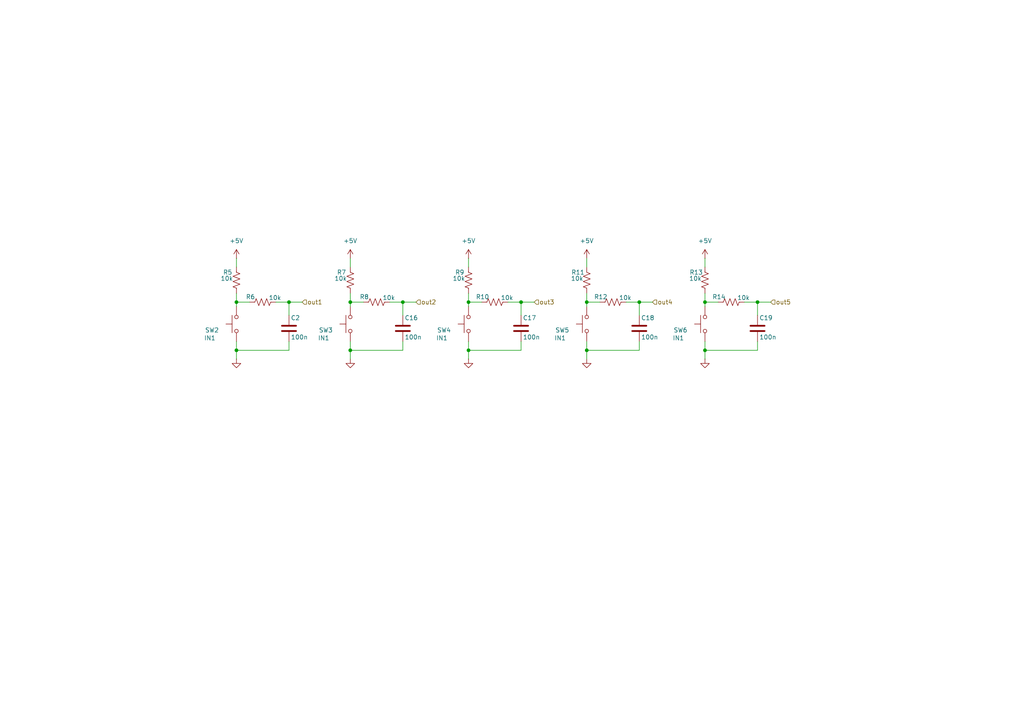
<source format=kicad_sch>
(kicad_sch
	(version 20231120)
	(generator "eeschema")
	(generator_version "8.0")
	(uuid "1dc923d2-b276-483c-b947-80db5470bc03")
	(paper "A4")
	(lib_symbols
		(symbol "Device:C"
			(pin_numbers hide)
			(pin_names
				(offset 0.254)
			)
			(exclude_from_sim no)
			(in_bom yes)
			(on_board yes)
			(property "Reference" "C"
				(at 0.635 2.54 0)
				(effects
					(font
						(size 1.27 1.27)
					)
					(justify left)
				)
			)
			(property "Value" "C"
				(at 0.635 -2.54 0)
				(effects
					(font
						(size 1.27 1.27)
					)
					(justify left)
				)
			)
			(property "Footprint" ""
				(at 0.9652 -3.81 0)
				(effects
					(font
						(size 1.27 1.27)
					)
					(hide yes)
				)
			)
			(property "Datasheet" "~"
				(at 0 0 0)
				(effects
					(font
						(size 1.27 1.27)
					)
					(hide yes)
				)
			)
			(property "Description" "Unpolarized capacitor"
				(at 0 0 0)
				(effects
					(font
						(size 1.27 1.27)
					)
					(hide yes)
				)
			)
			(property "ki_keywords" "cap capacitor"
				(at 0 0 0)
				(effects
					(font
						(size 1.27 1.27)
					)
					(hide yes)
				)
			)
			(property "ki_fp_filters" "C_*"
				(at 0 0 0)
				(effects
					(font
						(size 1.27 1.27)
					)
					(hide yes)
				)
			)
			(symbol "C_0_1"
				(polyline
					(pts
						(xy -2.032 -0.762) (xy 2.032 -0.762)
					)
					(stroke
						(width 0.508)
						(type default)
					)
					(fill
						(type none)
					)
				)
				(polyline
					(pts
						(xy -2.032 0.762) (xy 2.032 0.762)
					)
					(stroke
						(width 0.508)
						(type default)
					)
					(fill
						(type none)
					)
				)
			)
			(symbol "C_1_1"
				(pin passive line
					(at 0 3.81 270)
					(length 2.794)
					(name "~"
						(effects
							(font
								(size 1.27 1.27)
							)
						)
					)
					(number "1"
						(effects
							(font
								(size 1.27 1.27)
							)
						)
					)
				)
				(pin passive line
					(at 0 -3.81 90)
					(length 2.794)
					(name "~"
						(effects
							(font
								(size 1.27 1.27)
							)
						)
					)
					(number "2"
						(effects
							(font
								(size 1.27 1.27)
							)
						)
					)
				)
			)
		)
		(symbol "Device:R_US"
			(pin_numbers hide)
			(pin_names
				(offset 0)
			)
			(exclude_from_sim no)
			(in_bom yes)
			(on_board yes)
			(property "Reference" "R"
				(at 2.54 0 90)
				(effects
					(font
						(size 1.27 1.27)
					)
				)
			)
			(property "Value" "R_US"
				(at -2.54 0 90)
				(effects
					(font
						(size 1.27 1.27)
					)
				)
			)
			(property "Footprint" ""
				(at 1.016 -0.254 90)
				(effects
					(font
						(size 1.27 1.27)
					)
					(hide yes)
				)
			)
			(property "Datasheet" "~"
				(at 0 0 0)
				(effects
					(font
						(size 1.27 1.27)
					)
					(hide yes)
				)
			)
			(property "Description" "Resistor, US symbol"
				(at 0 0 0)
				(effects
					(font
						(size 1.27 1.27)
					)
					(hide yes)
				)
			)
			(property "ki_keywords" "R res resistor"
				(at 0 0 0)
				(effects
					(font
						(size 1.27 1.27)
					)
					(hide yes)
				)
			)
			(property "ki_fp_filters" "R_*"
				(at 0 0 0)
				(effects
					(font
						(size 1.27 1.27)
					)
					(hide yes)
				)
			)
			(symbol "R_US_0_1"
				(polyline
					(pts
						(xy 0 -2.286) (xy 0 -2.54)
					)
					(stroke
						(width 0)
						(type default)
					)
					(fill
						(type none)
					)
				)
				(polyline
					(pts
						(xy 0 2.286) (xy 0 2.54)
					)
					(stroke
						(width 0)
						(type default)
					)
					(fill
						(type none)
					)
				)
				(polyline
					(pts
						(xy 0 -0.762) (xy 1.016 -1.143) (xy 0 -1.524) (xy -1.016 -1.905) (xy 0 -2.286)
					)
					(stroke
						(width 0)
						(type default)
					)
					(fill
						(type none)
					)
				)
				(polyline
					(pts
						(xy 0 0.762) (xy 1.016 0.381) (xy 0 0) (xy -1.016 -0.381) (xy 0 -0.762)
					)
					(stroke
						(width 0)
						(type default)
					)
					(fill
						(type none)
					)
				)
				(polyline
					(pts
						(xy 0 2.286) (xy 1.016 1.905) (xy 0 1.524) (xy -1.016 1.143) (xy 0 0.762)
					)
					(stroke
						(width 0)
						(type default)
					)
					(fill
						(type none)
					)
				)
			)
			(symbol "R_US_1_1"
				(pin passive line
					(at 0 3.81 270)
					(length 1.27)
					(name "~"
						(effects
							(font
								(size 1.27 1.27)
							)
						)
					)
					(number "1"
						(effects
							(font
								(size 1.27 1.27)
							)
						)
					)
				)
				(pin passive line
					(at 0 -3.81 90)
					(length 1.27)
					(name "~"
						(effects
							(font
								(size 1.27 1.27)
							)
						)
					)
					(number "2"
						(effects
							(font
								(size 1.27 1.27)
							)
						)
					)
				)
			)
		)
		(symbol "Switch:SW_Push"
			(pin_numbers hide)
			(pin_names
				(offset 1.016) hide)
			(exclude_from_sim no)
			(in_bom yes)
			(on_board yes)
			(property "Reference" "SW"
				(at 1.27 2.54 0)
				(effects
					(font
						(size 1.27 1.27)
					)
					(justify left)
				)
			)
			(property "Value" "SW_Push"
				(at 0 -1.524 0)
				(effects
					(font
						(size 1.27 1.27)
					)
				)
			)
			(property "Footprint" ""
				(at 0 5.08 0)
				(effects
					(font
						(size 1.27 1.27)
					)
					(hide yes)
				)
			)
			(property "Datasheet" "~"
				(at 0 5.08 0)
				(effects
					(font
						(size 1.27 1.27)
					)
					(hide yes)
				)
			)
			(property "Description" "Push button switch, generic, two pins"
				(at 0 0 0)
				(effects
					(font
						(size 1.27 1.27)
					)
					(hide yes)
				)
			)
			(property "ki_keywords" "switch normally-open pushbutton push-button"
				(at 0 0 0)
				(effects
					(font
						(size 1.27 1.27)
					)
					(hide yes)
				)
			)
			(symbol "SW_Push_0_1"
				(circle
					(center -2.032 0)
					(radius 0.508)
					(stroke
						(width 0)
						(type default)
					)
					(fill
						(type none)
					)
				)
				(polyline
					(pts
						(xy 0 1.27) (xy 0 3.048)
					)
					(stroke
						(width 0)
						(type default)
					)
					(fill
						(type none)
					)
				)
				(polyline
					(pts
						(xy 2.54 1.27) (xy -2.54 1.27)
					)
					(stroke
						(width 0)
						(type default)
					)
					(fill
						(type none)
					)
				)
				(circle
					(center 2.032 0)
					(radius 0.508)
					(stroke
						(width 0)
						(type default)
					)
					(fill
						(type none)
					)
				)
				(pin passive line
					(at -5.08 0 0)
					(length 2.54)
					(name "1"
						(effects
							(font
								(size 1.27 1.27)
							)
						)
					)
					(number "1"
						(effects
							(font
								(size 1.27 1.27)
							)
						)
					)
				)
				(pin passive line
					(at 5.08 0 180)
					(length 2.54)
					(name "2"
						(effects
							(font
								(size 1.27 1.27)
							)
						)
					)
					(number "2"
						(effects
							(font
								(size 1.27 1.27)
							)
						)
					)
				)
			)
		)
		(symbol "power:+5V"
			(power)
			(pin_numbers hide)
			(pin_names
				(offset 0) hide)
			(exclude_from_sim no)
			(in_bom yes)
			(on_board yes)
			(property "Reference" "#PWR"
				(at 0 -3.81 0)
				(effects
					(font
						(size 1.27 1.27)
					)
					(hide yes)
				)
			)
			(property "Value" "+5V"
				(at 0 3.556 0)
				(effects
					(font
						(size 1.27 1.27)
					)
				)
			)
			(property "Footprint" ""
				(at 0 0 0)
				(effects
					(font
						(size 1.27 1.27)
					)
					(hide yes)
				)
			)
			(property "Datasheet" ""
				(at 0 0 0)
				(effects
					(font
						(size 1.27 1.27)
					)
					(hide yes)
				)
			)
			(property "Description" "Power symbol creates a global label with name \"+5V\""
				(at 0 0 0)
				(effects
					(font
						(size 1.27 1.27)
					)
					(hide yes)
				)
			)
			(property "ki_keywords" "global power"
				(at 0 0 0)
				(effects
					(font
						(size 1.27 1.27)
					)
					(hide yes)
				)
			)
			(symbol "+5V_0_1"
				(polyline
					(pts
						(xy -0.762 1.27) (xy 0 2.54)
					)
					(stroke
						(width 0)
						(type default)
					)
					(fill
						(type none)
					)
				)
				(polyline
					(pts
						(xy 0 0) (xy 0 2.54)
					)
					(stroke
						(width 0)
						(type default)
					)
					(fill
						(type none)
					)
				)
				(polyline
					(pts
						(xy 0 2.54) (xy 0.762 1.27)
					)
					(stroke
						(width 0)
						(type default)
					)
					(fill
						(type none)
					)
				)
			)
			(symbol "+5V_1_1"
				(pin power_in line
					(at 0 0 90)
					(length 0)
					(name "~"
						(effects
							(font
								(size 1.27 1.27)
							)
						)
					)
					(number "1"
						(effects
							(font
								(size 1.27 1.27)
							)
						)
					)
				)
			)
		)
		(symbol "power:GND"
			(power)
			(pin_numbers hide)
			(pin_names
				(offset 0) hide)
			(exclude_from_sim no)
			(in_bom yes)
			(on_board yes)
			(property "Reference" "#PWR"
				(at 0 -6.35 0)
				(effects
					(font
						(size 1.27 1.27)
					)
					(hide yes)
				)
			)
			(property "Value" "GND"
				(at 0 -3.81 0)
				(effects
					(font
						(size 1.27 1.27)
					)
				)
			)
			(property "Footprint" ""
				(at 0 0 0)
				(effects
					(font
						(size 1.27 1.27)
					)
					(hide yes)
				)
			)
			(property "Datasheet" ""
				(at 0 0 0)
				(effects
					(font
						(size 1.27 1.27)
					)
					(hide yes)
				)
			)
			(property "Description" "Power symbol creates a global label with name \"GND\" , ground"
				(at 0 0 0)
				(effects
					(font
						(size 1.27 1.27)
					)
					(hide yes)
				)
			)
			(property "ki_keywords" "global power"
				(at 0 0 0)
				(effects
					(font
						(size 1.27 1.27)
					)
					(hide yes)
				)
			)
			(symbol "GND_0_1"
				(polyline
					(pts
						(xy 0 0) (xy 0 -1.27) (xy 1.27 -1.27) (xy 0 -2.54) (xy -1.27 -1.27) (xy 0 -1.27)
					)
					(stroke
						(width 0)
						(type default)
					)
					(fill
						(type none)
					)
				)
			)
			(symbol "GND_1_1"
				(pin power_in line
					(at 0 0 270)
					(length 0)
					(name "~"
						(effects
							(font
								(size 1.27 1.27)
							)
						)
					)
					(number "1"
						(effects
							(font
								(size 1.27 1.27)
							)
						)
					)
				)
			)
		)
	)
	(junction
		(at 101.6 87.63)
		(diameter 0)
		(color 0 0 0 0)
		(uuid "12d180de-4541-457e-89fc-f9d8f570f14e")
	)
	(junction
		(at 101.6 101.6)
		(diameter 0)
		(color 0 0 0 0)
		(uuid "1fbeb17d-2bcf-4c00-bf7a-3fc4687af3da")
	)
	(junction
		(at 170.18 101.6)
		(diameter 0)
		(color 0 0 0 0)
		(uuid "2c8546b5-6b57-4c50-8a88-42c29f1e46ae")
	)
	(junction
		(at 68.58 87.63)
		(diameter 0)
		(color 0 0 0 0)
		(uuid "2f55fe0f-e6a3-4269-b4c2-198355f6df08")
	)
	(junction
		(at 135.89 87.63)
		(diameter 0)
		(color 0 0 0 0)
		(uuid "542401a7-0f35-49ec-a627-b520dd945290")
	)
	(junction
		(at 185.42 87.63)
		(diameter 0)
		(color 0 0 0 0)
		(uuid "77b37b1b-9edf-488c-a590-11a08b58c256")
	)
	(junction
		(at 68.58 101.6)
		(diameter 0)
		(color 0 0 0 0)
		(uuid "9585dc76-363d-4536-85ab-ce0777d6ea14")
	)
	(junction
		(at 116.84 87.63)
		(diameter 0)
		(color 0 0 0 0)
		(uuid "9ca7d928-cc5a-488e-9176-968c4c75304b")
	)
	(junction
		(at 83.82 87.63)
		(diameter 0)
		(color 0 0 0 0)
		(uuid "bff8e07c-5fd4-4dc7-89d9-6ed7169d488b")
	)
	(junction
		(at 135.89 101.6)
		(diameter 0)
		(color 0 0 0 0)
		(uuid "c7ec3a3e-c8d2-4121-b330-ac49ddc4bdeb")
	)
	(junction
		(at 204.47 101.6)
		(diameter 0)
		(color 0 0 0 0)
		(uuid "c9709215-631e-4af7-8774-e276ad42a7b0")
	)
	(junction
		(at 219.71 87.63)
		(diameter 0)
		(color 0 0 0 0)
		(uuid "da55241e-4f46-459f-abb0-45094bc4e133")
	)
	(junction
		(at 204.47 87.63)
		(diameter 0)
		(color 0 0 0 0)
		(uuid "dd7c80af-dd13-43e6-a05a-78ff09a883d4")
	)
	(junction
		(at 151.13 87.63)
		(diameter 0)
		(color 0 0 0 0)
		(uuid "ddf8d9b4-d3d7-4c30-83eb-80616c952aa3")
	)
	(junction
		(at 170.18 87.63)
		(diameter 0)
		(color 0 0 0 0)
		(uuid "efcf5afe-2c1c-4b93-bb93-f23cda08b3b5")
	)
	(wire
		(pts
			(xy 135.89 99.06) (xy 135.89 101.6)
		)
		(stroke
			(width 0)
			(type default)
		)
		(uuid "0a8a1bde-7aeb-4beb-b181-cd2ee0a78498")
	)
	(wire
		(pts
			(xy 116.84 99.06) (xy 116.84 101.6)
		)
		(stroke
			(width 0)
			(type default)
		)
		(uuid "0c4acc14-3df5-466c-88c3-e775ed065083")
	)
	(wire
		(pts
			(xy 116.84 91.44) (xy 116.84 87.63)
		)
		(stroke
			(width 0)
			(type default)
		)
		(uuid "0c839e74-6dad-48a2-ac1f-96ecaf1fd714")
	)
	(wire
		(pts
			(xy 68.58 85.09) (xy 68.58 87.63)
		)
		(stroke
			(width 0)
			(type default)
		)
		(uuid "1350eb7a-2554-4218-9474-94f3209d71cd")
	)
	(wire
		(pts
			(xy 151.13 87.63) (xy 147.32 87.63)
		)
		(stroke
			(width 0)
			(type default)
		)
		(uuid "14cbbd53-84d2-4135-afc8-9d62ecb98748")
	)
	(wire
		(pts
			(xy 204.47 74.93) (xy 204.47 77.47)
		)
		(stroke
			(width 0)
			(type default)
		)
		(uuid "17c98e46-d89b-4113-9010-c9ca619a65bf")
	)
	(wire
		(pts
			(xy 204.47 85.09) (xy 204.47 87.63)
		)
		(stroke
			(width 0)
			(type default)
		)
		(uuid "187d157c-0f41-4268-8d10-7ca4009034d9")
	)
	(wire
		(pts
			(xy 151.13 87.63) (xy 154.94 87.63)
		)
		(stroke
			(width 0)
			(type default)
		)
		(uuid "1ca495f3-993a-42e1-ab45-5d5a9dbc5707")
	)
	(wire
		(pts
			(xy 170.18 74.93) (xy 170.18 77.47)
		)
		(stroke
			(width 0)
			(type default)
		)
		(uuid "1edb8939-bb0c-4919-a8e1-44a1a9b2ab0b")
	)
	(wire
		(pts
			(xy 135.89 74.93) (xy 135.89 77.47)
		)
		(stroke
			(width 0)
			(type default)
		)
		(uuid "200618ad-283f-43f6-b0f1-abfaa881061a")
	)
	(wire
		(pts
			(xy 170.18 87.63) (xy 173.99 87.63)
		)
		(stroke
			(width 0)
			(type default)
		)
		(uuid "23caf34c-8e31-44ac-9495-1a963f3c0da3")
	)
	(wire
		(pts
			(xy 116.84 87.63) (xy 120.65 87.63)
		)
		(stroke
			(width 0)
			(type default)
		)
		(uuid "24223129-0259-4bca-a958-64ea019a758c")
	)
	(wire
		(pts
			(xy 170.18 101.6) (xy 170.18 104.14)
		)
		(stroke
			(width 0)
			(type default)
		)
		(uuid "305fe593-ac39-4d7a-9831-aeb2d4f73f44")
	)
	(wire
		(pts
			(xy 101.6 85.09) (xy 101.6 87.63)
		)
		(stroke
			(width 0)
			(type default)
		)
		(uuid "3707f0cf-600b-44f5-af58-063dd37c7776")
	)
	(wire
		(pts
			(xy 68.58 74.93) (xy 68.58 77.47)
		)
		(stroke
			(width 0)
			(type default)
		)
		(uuid "41edbf31-63d7-4fa5-a699-e4642e6a719d")
	)
	(wire
		(pts
			(xy 204.47 101.6) (xy 204.47 104.14)
		)
		(stroke
			(width 0)
			(type default)
		)
		(uuid "43608077-d543-456f-84f1-1eacf86f3655")
	)
	(wire
		(pts
			(xy 101.6 87.63) (xy 105.41 87.63)
		)
		(stroke
			(width 0)
			(type default)
		)
		(uuid "45085aa2-12c2-4617-aa2f-f1c990311d3a")
	)
	(wire
		(pts
			(xy 116.84 87.63) (xy 113.03 87.63)
		)
		(stroke
			(width 0)
			(type default)
		)
		(uuid "4659721d-ab15-40ce-b44f-f7bedbd89abd")
	)
	(wire
		(pts
			(xy 185.42 91.44) (xy 185.42 87.63)
		)
		(stroke
			(width 0)
			(type default)
		)
		(uuid "4c732b36-2573-4530-ac06-1a936e7b3ece")
	)
	(wire
		(pts
			(xy 185.42 99.06) (xy 185.42 101.6)
		)
		(stroke
			(width 0)
			(type default)
		)
		(uuid "4c7c624b-0fdf-4c21-a314-8abd422a6d82")
	)
	(wire
		(pts
			(xy 101.6 74.93) (xy 101.6 77.47)
		)
		(stroke
			(width 0)
			(type default)
		)
		(uuid "56dfdc56-0058-44dd-a219-94fe1d09956b")
	)
	(wire
		(pts
			(xy 83.82 99.06) (xy 83.82 101.6)
		)
		(stroke
			(width 0)
			(type default)
		)
		(uuid "6ad98f6f-975b-43b5-af16-ecdcdc139303")
	)
	(wire
		(pts
			(xy 185.42 101.6) (xy 170.18 101.6)
		)
		(stroke
			(width 0)
			(type default)
		)
		(uuid "6e6208a4-5c9b-454b-83cc-7d5b9a8132a9")
	)
	(wire
		(pts
			(xy 185.42 87.63) (xy 181.61 87.63)
		)
		(stroke
			(width 0)
			(type default)
		)
		(uuid "6e6c9dc5-9593-4b9d-9beb-04932e0d89d2")
	)
	(wire
		(pts
			(xy 135.89 101.6) (xy 135.89 104.14)
		)
		(stroke
			(width 0)
			(type default)
		)
		(uuid "6f4ead61-61a6-4307-afad-68d79565d16c")
	)
	(wire
		(pts
			(xy 219.71 87.63) (xy 215.9 87.63)
		)
		(stroke
			(width 0)
			(type default)
		)
		(uuid "772579e7-0555-4ead-861f-b6a9fc07d286")
	)
	(wire
		(pts
			(xy 204.47 87.63) (xy 204.47 88.9)
		)
		(stroke
			(width 0)
			(type default)
		)
		(uuid "7b07d315-9add-4c9e-b7a2-04c491322907")
	)
	(wire
		(pts
			(xy 101.6 87.63) (xy 101.6 88.9)
		)
		(stroke
			(width 0)
			(type default)
		)
		(uuid "7b393129-65e7-4f6c-b6b7-db1448fbf6e0")
	)
	(wire
		(pts
			(xy 135.89 87.63) (xy 135.89 88.9)
		)
		(stroke
			(width 0)
			(type default)
		)
		(uuid "7bcda608-c34b-48df-92f5-6b5ca4142155")
	)
	(wire
		(pts
			(xy 219.71 87.63) (xy 223.52 87.63)
		)
		(stroke
			(width 0)
			(type default)
		)
		(uuid "85946835-2b33-4f15-8b43-49828c26712a")
	)
	(wire
		(pts
			(xy 219.71 91.44) (xy 219.71 87.63)
		)
		(stroke
			(width 0)
			(type default)
		)
		(uuid "96af20a1-2d6d-4be6-a007-399f959c9c34")
	)
	(wire
		(pts
			(xy 151.13 99.06) (xy 151.13 101.6)
		)
		(stroke
			(width 0)
			(type default)
		)
		(uuid "996ea5c5-27b4-4a92-99ef-adb547c9e5f0")
	)
	(wire
		(pts
			(xy 101.6 101.6) (xy 101.6 104.14)
		)
		(stroke
			(width 0)
			(type default)
		)
		(uuid "9df51bbc-5cbe-4eff-abe5-e904605a849c")
	)
	(wire
		(pts
			(xy 170.18 85.09) (xy 170.18 87.63)
		)
		(stroke
			(width 0)
			(type default)
		)
		(uuid "a2e6e256-e8f3-4895-bf7f-245b17880542")
	)
	(wire
		(pts
			(xy 170.18 99.06) (xy 170.18 101.6)
		)
		(stroke
			(width 0)
			(type default)
		)
		(uuid "a3122b92-6345-47fc-abff-a13b649655fe")
	)
	(wire
		(pts
			(xy 68.58 101.6) (xy 68.58 104.14)
		)
		(stroke
			(width 0)
			(type default)
		)
		(uuid "a8021e3d-584b-42e0-90c1-ba4987165b3f")
	)
	(wire
		(pts
			(xy 219.71 101.6) (xy 204.47 101.6)
		)
		(stroke
			(width 0)
			(type default)
		)
		(uuid "af3cd30d-426b-4f85-8ccc-271b24dcb441")
	)
	(wire
		(pts
			(xy 185.42 87.63) (xy 189.23 87.63)
		)
		(stroke
			(width 0)
			(type default)
		)
		(uuid "b134eca1-4e22-4141-88d7-352d952fa56c")
	)
	(wire
		(pts
			(xy 204.47 87.63) (xy 208.28 87.63)
		)
		(stroke
			(width 0)
			(type default)
		)
		(uuid "b50063f2-6da0-447f-a27e-26d6ed562d84")
	)
	(wire
		(pts
			(xy 170.18 87.63) (xy 170.18 88.9)
		)
		(stroke
			(width 0)
			(type default)
		)
		(uuid "c2c8c899-a2fb-4775-911e-4bb798e5827b")
	)
	(wire
		(pts
			(xy 83.82 87.63) (xy 87.63 87.63)
		)
		(stroke
			(width 0)
			(type default)
		)
		(uuid "c5d7a12d-be49-4ce1-b2e7-67ec9bcb7193")
	)
	(wire
		(pts
			(xy 101.6 99.06) (xy 101.6 101.6)
		)
		(stroke
			(width 0)
			(type default)
		)
		(uuid "cd804b9f-e382-4511-9820-78c9f781f5e6")
	)
	(wire
		(pts
			(xy 68.58 87.63) (xy 72.39 87.63)
		)
		(stroke
			(width 0)
			(type default)
		)
		(uuid "cfc85c7b-858d-4d24-ba93-4d428de8ebf3")
	)
	(wire
		(pts
			(xy 68.58 99.06) (xy 68.58 101.6)
		)
		(stroke
			(width 0)
			(type default)
		)
		(uuid "cfd317fb-18c9-459b-8c0a-1fd90d8521d4")
	)
	(wire
		(pts
			(xy 219.71 99.06) (xy 219.71 101.6)
		)
		(stroke
			(width 0)
			(type default)
		)
		(uuid "d59ed907-ec03-4733-99ed-2edb1cb409ae")
	)
	(wire
		(pts
			(xy 83.82 87.63) (xy 80.01 87.63)
		)
		(stroke
			(width 0)
			(type default)
		)
		(uuid "d6af01fd-e7fd-4e86-a403-41b4c981d590")
	)
	(wire
		(pts
			(xy 68.58 87.63) (xy 68.58 88.9)
		)
		(stroke
			(width 0)
			(type default)
		)
		(uuid "d84ff380-e712-4a87-835f-408b2655ab48")
	)
	(wire
		(pts
			(xy 83.82 101.6) (xy 68.58 101.6)
		)
		(stroke
			(width 0)
			(type default)
		)
		(uuid "da6bed28-2a51-499b-8798-271b27d597d4")
	)
	(wire
		(pts
			(xy 116.84 101.6) (xy 101.6 101.6)
		)
		(stroke
			(width 0)
			(type default)
		)
		(uuid "deeb264a-7467-4479-9bb8-59497324e529")
	)
	(wire
		(pts
			(xy 83.82 91.44) (xy 83.82 87.63)
		)
		(stroke
			(width 0)
			(type default)
		)
		(uuid "e1216a0d-6b73-4523-b6a4-dbbf3bb11ad4")
	)
	(wire
		(pts
			(xy 151.13 91.44) (xy 151.13 87.63)
		)
		(stroke
			(width 0)
			(type default)
		)
		(uuid "e44bb49c-a99f-4ed9-b48b-c72023b2b8a4")
	)
	(wire
		(pts
			(xy 135.89 85.09) (xy 135.89 87.63)
		)
		(stroke
			(width 0)
			(type default)
		)
		(uuid "e9a8ab97-193c-4540-af30-9a5cc17f1fc9")
	)
	(wire
		(pts
			(xy 151.13 101.6) (xy 135.89 101.6)
		)
		(stroke
			(width 0)
			(type default)
		)
		(uuid "ed0b2a01-fcc4-425a-b560-37dc4e8eaf91")
	)
	(wire
		(pts
			(xy 135.89 87.63) (xy 139.7 87.63)
		)
		(stroke
			(width 0)
			(type default)
		)
		(uuid "fdf42190-5f4a-4e4a-a162-3678a023cee9")
	)
	(wire
		(pts
			(xy 204.47 99.06) (xy 204.47 101.6)
		)
		(stroke
			(width 0)
			(type default)
		)
		(uuid "ff79de06-f658-4da1-9802-22a1120fa6a8")
	)
	(hierarchical_label "out4"
		(shape input)
		(at 189.23 87.63 0)
		(fields_autoplaced yes)
		(effects
			(font
				(size 1.27 1.27)
			)
			(justify left)
		)
		(uuid "7bb10e02-b268-4f98-b505-fb04be1b8e87")
	)
	(hierarchical_label "out3"
		(shape input)
		(at 154.94 87.63 0)
		(fields_autoplaced yes)
		(effects
			(font
				(size 1.27 1.27)
			)
			(justify left)
		)
		(uuid "ab925fc5-ec6f-4fc7-b562-ded4228d40e9")
	)
	(hierarchical_label "out5"
		(shape input)
		(at 223.52 87.63 0)
		(fields_autoplaced yes)
		(effects
			(font
				(size 1.27 1.27)
			)
			(justify left)
		)
		(uuid "bd646019-f0d7-45d2-a7c5-b75449887ff6")
	)
	(hierarchical_label "out1"
		(shape input)
		(at 87.63 87.63 0)
		(fields_autoplaced yes)
		(effects
			(font
				(size 1.27 1.27)
			)
			(justify left)
		)
		(uuid "cc19edbc-eec1-4954-a76a-84037a320280")
	)
	(hierarchical_label "out2"
		(shape input)
		(at 120.65 87.63 0)
		(fields_autoplaced yes)
		(effects
			(font
				(size 1.27 1.27)
			)
			(justify left)
		)
		(uuid "e85dfe1b-a7ea-4d5c-9cc8-5b0497b2059f")
	)
	(symbol
		(lib_id "Switch:SW_Push")
		(at 204.47 93.98 90)
		(unit 1)
		(exclude_from_sim no)
		(in_bom yes)
		(on_board yes)
		(dnp no)
		(uuid "034dea87-600a-4ea4-a759-f24aa408aa65")
		(property "Reference" "SW6"
			(at 195.326 95.758 90)
			(effects
				(font
					(size 1.27 1.27)
				)
				(justify right)
			)
		)
		(property "Value" "IN1"
			(at 195.072 98.044 90)
			(effects
				(font
					(size 1.27 1.27)
				)
				(justify right)
			)
		)
		(property "Footprint" "Button_Switch_SMD:SW_SPST_Omron_B3FS-101xP"
			(at 199.39 93.98 0)
			(effects
				(font
					(size 1.27 1.27)
				)
				(hide yes)
			)
		)
		(property "Datasheet" "~"
			(at 199.39 93.98 0)
			(effects
				(font
					(size 1.27 1.27)
				)
				(hide yes)
			)
		)
		(property "Description" "Push button switch, generic, two pins"
			(at 204.47 93.98 0)
			(effects
				(font
					(size 1.27 1.27)
				)
				(hide yes)
			)
		)
		(pin "2"
			(uuid "d2d02510-bfca-4b35-a1f1-fc1052b43f50")
		)
		(pin "1"
			(uuid "01111a3b-5ae9-43a0-b447-3be62a236b72")
		)
		(instances
			(project "Ost-PID_MainBoard"
				(path "/589ee4d5-b80e-4bef-98c8-e671ed7070cc/d53164ff-0400-4caf-af2f-f21dc37a3c03"
					(reference "SW6")
					(unit 1)
				)
			)
		)
	)
	(symbol
		(lib_id "Switch:SW_Push")
		(at 101.6 93.98 90)
		(unit 1)
		(exclude_from_sim no)
		(in_bom yes)
		(on_board yes)
		(dnp no)
		(uuid "12fb0249-2f6c-4272-bd81-ce89cbef258c")
		(property "Reference" "SW3"
			(at 92.456 95.758 90)
			(effects
				(font
					(size 1.27 1.27)
				)
				(justify right)
			)
		)
		(property "Value" "IN1"
			(at 92.202 98.044 90)
			(effects
				(font
					(size 1.27 1.27)
				)
				(justify right)
			)
		)
		(property "Footprint" "Button_Switch_SMD:SW_SPST_Omron_B3FS-101xP"
			(at 96.52 93.98 0)
			(effects
				(font
					(size 1.27 1.27)
				)
				(hide yes)
			)
		)
		(property "Datasheet" "~"
			(at 96.52 93.98 0)
			(effects
				(font
					(size 1.27 1.27)
				)
				(hide yes)
			)
		)
		(property "Description" "Push button switch, generic, two pins"
			(at 101.6 93.98 0)
			(effects
				(font
					(size 1.27 1.27)
				)
				(hide yes)
			)
		)
		(pin "2"
			(uuid "d987bfd0-eb97-47d5-bc14-e9768ca232d9")
		)
		(pin "1"
			(uuid "e8a2273b-089e-4e33-8a8e-fbfafd1c6377")
		)
		(instances
			(project "Ost-PID_MainBoard"
				(path "/589ee4d5-b80e-4bef-98c8-e671ed7070cc/d53164ff-0400-4caf-af2f-f21dc37a3c03"
					(reference "SW3")
					(unit 1)
				)
			)
		)
	)
	(symbol
		(lib_id "power:GND")
		(at 68.58 104.14 0)
		(unit 1)
		(exclude_from_sim no)
		(in_bom yes)
		(on_board yes)
		(dnp no)
		(fields_autoplaced yes)
		(uuid "1ad65b10-a403-4743-897f-39c2fceeccae")
		(property "Reference" "#PWR020"
			(at 68.58 110.49 0)
			(effects
				(font
					(size 1.27 1.27)
				)
				(hide yes)
			)
		)
		(property "Value" "GND"
			(at 68.58 109.22 0)
			(effects
				(font
					(size 1.27 1.27)
				)
				(hide yes)
			)
		)
		(property "Footprint" ""
			(at 68.58 104.14 0)
			(effects
				(font
					(size 1.27 1.27)
				)
				(hide yes)
			)
		)
		(property "Datasheet" ""
			(at 68.58 104.14 0)
			(effects
				(font
					(size 1.27 1.27)
				)
				(hide yes)
			)
		)
		(property "Description" "Power symbol creates a global label with name \"GND\" , ground"
			(at 68.58 104.14 0)
			(effects
				(font
					(size 1.27 1.27)
				)
				(hide yes)
			)
		)
		(pin "1"
			(uuid "ab479d54-4132-40a3-bfad-4baed7338e81")
		)
		(instances
			(project "Ost-PID_MainBoard"
				(path "/589ee4d5-b80e-4bef-98c8-e671ed7070cc/d53164ff-0400-4caf-af2f-f21dc37a3c03"
					(reference "#PWR020")
					(unit 1)
				)
			)
		)
	)
	(symbol
		(lib_id "Switch:SW_Push")
		(at 68.58 93.98 90)
		(unit 1)
		(exclude_from_sim no)
		(in_bom yes)
		(on_board yes)
		(dnp no)
		(uuid "1fec1111-776b-4cb3-87c4-f6e4e3fc1289")
		(property "Reference" "SW2"
			(at 59.436 95.758 90)
			(effects
				(font
					(size 1.27 1.27)
				)
				(justify right)
			)
		)
		(property "Value" "IN1"
			(at 59.182 98.044 90)
			(effects
				(font
					(size 1.27 1.27)
				)
				(justify right)
			)
		)
		(property "Footprint" "Button_Switch_SMD:SW_SPST_Omron_B3FS-101xP"
			(at 63.5 93.98 0)
			(effects
				(font
					(size 1.27 1.27)
				)
				(hide yes)
			)
		)
		(property "Datasheet" "~"
			(at 63.5 93.98 0)
			(effects
				(font
					(size 1.27 1.27)
				)
				(hide yes)
			)
		)
		(property "Description" "Push button switch, generic, two pins"
			(at 68.58 93.98 0)
			(effects
				(font
					(size 1.27 1.27)
				)
				(hide yes)
			)
		)
		(pin "2"
			(uuid "8e76efe6-1360-459f-b9ab-8c07cc5edc0b")
		)
		(pin "1"
			(uuid "838c14d1-84a7-46e2-9350-00ac38eecbda")
		)
		(instances
			(project "Ost-PID_MainBoard"
				(path "/589ee4d5-b80e-4bef-98c8-e671ed7070cc/d53164ff-0400-4caf-af2f-f21dc37a3c03"
					(reference "SW2")
					(unit 1)
				)
			)
		)
	)
	(symbol
		(lib_id "power:GND")
		(at 135.89 104.14 0)
		(unit 1)
		(exclude_from_sim no)
		(in_bom yes)
		(on_board yes)
		(dnp no)
		(fields_autoplaced yes)
		(uuid "2a3c95f1-af61-4378-a461-4e99d146bd2e")
		(property "Reference" "#PWR024"
			(at 135.89 110.49 0)
			(effects
				(font
					(size 1.27 1.27)
				)
				(hide yes)
			)
		)
		(property "Value" "GND"
			(at 135.89 109.22 0)
			(effects
				(font
					(size 1.27 1.27)
				)
				(hide yes)
			)
		)
		(property "Footprint" ""
			(at 135.89 104.14 0)
			(effects
				(font
					(size 1.27 1.27)
				)
				(hide yes)
			)
		)
		(property "Datasheet" ""
			(at 135.89 104.14 0)
			(effects
				(font
					(size 1.27 1.27)
				)
				(hide yes)
			)
		)
		(property "Description" "Power symbol creates a global label with name \"GND\" , ground"
			(at 135.89 104.14 0)
			(effects
				(font
					(size 1.27 1.27)
				)
				(hide yes)
			)
		)
		(pin "1"
			(uuid "d3518ef1-1678-43b9-97d3-cf493475f498")
		)
		(instances
			(project "Ost-PID_MainBoard"
				(path "/589ee4d5-b80e-4bef-98c8-e671ed7070cc/d53164ff-0400-4caf-af2f-f21dc37a3c03"
					(reference "#PWR024")
					(unit 1)
				)
			)
		)
	)
	(symbol
		(lib_id "Device:C")
		(at 219.71 95.25 0)
		(unit 1)
		(exclude_from_sim no)
		(in_bom yes)
		(on_board yes)
		(dnp no)
		(uuid "2acf4940-b169-44b6-bb33-a7aed033427d")
		(property "Reference" "C19"
			(at 220.218 92.202 0)
			(effects
				(font
					(size 1.27 1.27)
				)
				(justify left)
			)
		)
		(property "Value" "100n"
			(at 220.218 97.79 0)
			(effects
				(font
					(size 1.27 1.27)
				)
				(justify left)
			)
		)
		(property "Footprint" ""
			(at 220.6752 99.06 0)
			(effects
				(font
					(size 1.27 1.27)
				)
				(hide yes)
			)
		)
		(property "Datasheet" "~"
			(at 219.71 95.25 0)
			(effects
				(font
					(size 1.27 1.27)
				)
				(hide yes)
			)
		)
		(property "Description" "Unpolarized capacitor"
			(at 219.71 95.25 0)
			(effects
				(font
					(size 1.27 1.27)
				)
				(hide yes)
			)
		)
		(pin "2"
			(uuid "3ae2d1b7-7ad3-486d-9acf-91e6b0856bfd")
		)
		(pin "1"
			(uuid "04d75cac-2daf-4471-9b6b-8d91932ebaf2")
		)
		(instances
			(project "Ost-PID_MainBoard"
				(path "/589ee4d5-b80e-4bef-98c8-e671ed7070cc/d53164ff-0400-4caf-af2f-f21dc37a3c03"
					(reference "C19")
					(unit 1)
				)
			)
		)
	)
	(symbol
		(lib_id "power:GND")
		(at 204.47 104.14 0)
		(unit 1)
		(exclude_from_sim no)
		(in_bom yes)
		(on_board yes)
		(dnp no)
		(fields_autoplaced yes)
		(uuid "338d57e8-fcca-4425-80fd-1e36b180b245")
		(property "Reference" "#PWR028"
			(at 204.47 110.49 0)
			(effects
				(font
					(size 1.27 1.27)
				)
				(hide yes)
			)
		)
		(property "Value" "GND"
			(at 204.47 109.22 0)
			(effects
				(font
					(size 1.27 1.27)
				)
				(hide yes)
			)
		)
		(property "Footprint" ""
			(at 204.47 104.14 0)
			(effects
				(font
					(size 1.27 1.27)
				)
				(hide yes)
			)
		)
		(property "Datasheet" ""
			(at 204.47 104.14 0)
			(effects
				(font
					(size 1.27 1.27)
				)
				(hide yes)
			)
		)
		(property "Description" "Power symbol creates a global label with name \"GND\" , ground"
			(at 204.47 104.14 0)
			(effects
				(font
					(size 1.27 1.27)
				)
				(hide yes)
			)
		)
		(pin "1"
			(uuid "50f01cc9-762a-4781-adbf-30b64e6d2234")
		)
		(instances
			(project "Ost-PID_MainBoard"
				(path "/589ee4d5-b80e-4bef-98c8-e671ed7070cc/d53164ff-0400-4caf-af2f-f21dc37a3c03"
					(reference "#PWR028")
					(unit 1)
				)
			)
		)
	)
	(symbol
		(lib_id "Device:R_US")
		(at 170.18 81.28 180)
		(unit 1)
		(exclude_from_sim no)
		(in_bom yes)
		(on_board yes)
		(dnp no)
		(uuid "3646aece-4ad8-4061-b3da-ddd5bf0b0b56")
		(property "Reference" "R11"
			(at 167.64 78.994 0)
			(effects
				(font
					(size 1.27 1.27)
				)
			)
		)
		(property "Value" "10k"
			(at 167.386 80.772 0)
			(effects
				(font
					(size 1.27 1.27)
				)
			)
		)
		(property "Footprint" ""
			(at 169.164 81.026 90)
			(effects
				(font
					(size 1.27 1.27)
				)
				(hide yes)
			)
		)
		(property "Datasheet" "~"
			(at 170.18 81.28 0)
			(effects
				(font
					(size 1.27 1.27)
				)
				(hide yes)
			)
		)
		(property "Description" "Resistor, US symbol"
			(at 170.18 81.28 0)
			(effects
				(font
					(size 1.27 1.27)
				)
				(hide yes)
			)
		)
		(pin "2"
			(uuid "bce32b79-3572-4c4d-98a5-a1a527d55ebc")
		)
		(pin "1"
			(uuid "d23ca5c2-c7c2-45ab-9f49-eb65af3cbce0")
		)
		(instances
			(project "Ost-PID_MainBoard"
				(path "/589ee4d5-b80e-4bef-98c8-e671ed7070cc/d53164ff-0400-4caf-af2f-f21dc37a3c03"
					(reference "R11")
					(unit 1)
				)
			)
		)
	)
	(symbol
		(lib_id "Device:R_US")
		(at 143.51 87.63 90)
		(unit 1)
		(exclude_from_sim no)
		(in_bom yes)
		(on_board yes)
		(dnp no)
		(uuid "3c40ad5f-1301-472a-95af-7b18cec13e45")
		(property "Reference" "R10"
			(at 139.954 86.106 90)
			(effects
				(font
					(size 1.27 1.27)
				)
			)
		)
		(property "Value" "10k"
			(at 147.066 86.36 90)
			(effects
				(font
					(size 1.27 1.27)
				)
			)
		)
		(property "Footprint" ""
			(at 143.764 86.614 90)
			(effects
				(font
					(size 1.27 1.27)
				)
				(hide yes)
			)
		)
		(property "Datasheet" "~"
			(at 143.51 87.63 0)
			(effects
				(font
					(size 1.27 1.27)
				)
				(hide yes)
			)
		)
		(property "Description" "Resistor, US symbol"
			(at 143.51 87.63 0)
			(effects
				(font
					(size 1.27 1.27)
				)
				(hide yes)
			)
		)
		(pin "2"
			(uuid "d20e3df7-4f49-48cd-b3aa-0ce61f029db7")
		)
		(pin "1"
			(uuid "3e201a1c-bd1c-4a90-bc97-e66601893d75")
		)
		(instances
			(project "Ost-PID_MainBoard"
				(path "/589ee4d5-b80e-4bef-98c8-e671ed7070cc/d53164ff-0400-4caf-af2f-f21dc37a3c03"
					(reference "R10")
					(unit 1)
				)
			)
		)
	)
	(symbol
		(lib_id "power:GND")
		(at 101.6 104.14 0)
		(unit 1)
		(exclude_from_sim no)
		(in_bom yes)
		(on_board yes)
		(dnp no)
		(fields_autoplaced yes)
		(uuid "40e212be-8817-467b-bff9-80e95f0c53c4")
		(property "Reference" "#PWR022"
			(at 101.6 110.49 0)
			(effects
				(font
					(size 1.27 1.27)
				)
				(hide yes)
			)
		)
		(property "Value" "GND"
			(at 101.6 109.22 0)
			(effects
				(font
					(size 1.27 1.27)
				)
				(hide yes)
			)
		)
		(property "Footprint" ""
			(at 101.6 104.14 0)
			(effects
				(font
					(size 1.27 1.27)
				)
				(hide yes)
			)
		)
		(property "Datasheet" ""
			(at 101.6 104.14 0)
			(effects
				(font
					(size 1.27 1.27)
				)
				(hide yes)
			)
		)
		(property "Description" "Power symbol creates a global label with name \"GND\" , ground"
			(at 101.6 104.14 0)
			(effects
				(font
					(size 1.27 1.27)
				)
				(hide yes)
			)
		)
		(pin "1"
			(uuid "39374de5-e706-4afc-b694-755d5788d8d8")
		)
		(instances
			(project "Ost-PID_MainBoard"
				(path "/589ee4d5-b80e-4bef-98c8-e671ed7070cc/d53164ff-0400-4caf-af2f-f21dc37a3c03"
					(reference "#PWR022")
					(unit 1)
				)
			)
		)
	)
	(symbol
		(lib_id "Device:R_US")
		(at 101.6 81.28 180)
		(unit 1)
		(exclude_from_sim no)
		(in_bom yes)
		(on_board yes)
		(dnp no)
		(uuid "4723b3a2-ce09-43c8-b87b-facfeaf84a89")
		(property "Reference" "R7"
			(at 99.06 78.994 0)
			(effects
				(font
					(size 1.27 1.27)
				)
			)
		)
		(property "Value" "10k"
			(at 98.806 80.772 0)
			(effects
				(font
					(size 1.27 1.27)
				)
			)
		)
		(property "Footprint" ""
			(at 100.584 81.026 90)
			(effects
				(font
					(size 1.27 1.27)
				)
				(hide yes)
			)
		)
		(property "Datasheet" "~"
			(at 101.6 81.28 0)
			(effects
				(font
					(size 1.27 1.27)
				)
				(hide yes)
			)
		)
		(property "Description" "Resistor, US symbol"
			(at 101.6 81.28 0)
			(effects
				(font
					(size 1.27 1.27)
				)
				(hide yes)
			)
		)
		(pin "2"
			(uuid "5cfcd10b-f0c3-4925-8948-8ea60cf78fc6")
		)
		(pin "1"
			(uuid "8cc92bd2-db93-49d8-aceb-a6deb68dd569")
		)
		(instances
			(project "Ost-PID_MainBoard"
				(path "/589ee4d5-b80e-4bef-98c8-e671ed7070cc/d53164ff-0400-4caf-af2f-f21dc37a3c03"
					(reference "R7")
					(unit 1)
				)
			)
		)
	)
	(symbol
		(lib_id "Device:R_US")
		(at 109.22 87.63 90)
		(unit 1)
		(exclude_from_sim no)
		(in_bom yes)
		(on_board yes)
		(dnp no)
		(uuid "48e9e9bc-03fe-406c-961d-7cbd486d62e4")
		(property "Reference" "R8"
			(at 105.664 86.106 90)
			(effects
				(font
					(size 1.27 1.27)
				)
			)
		)
		(property "Value" "10k"
			(at 112.776 86.36 90)
			(effects
				(font
					(size 1.27 1.27)
				)
			)
		)
		(property "Footprint" ""
			(at 109.474 86.614 90)
			(effects
				(font
					(size 1.27 1.27)
				)
				(hide yes)
			)
		)
		(property "Datasheet" "~"
			(at 109.22 87.63 0)
			(effects
				(font
					(size 1.27 1.27)
				)
				(hide yes)
			)
		)
		(property "Description" "Resistor, US symbol"
			(at 109.22 87.63 0)
			(effects
				(font
					(size 1.27 1.27)
				)
				(hide yes)
			)
		)
		(pin "2"
			(uuid "d8f7b4d3-98eb-4eae-b2c9-310a9a71a66c")
		)
		(pin "1"
			(uuid "d8576b52-152c-4e54-9e9d-3a8bf6bd495f")
		)
		(instances
			(project "Ost-PID_MainBoard"
				(path "/589ee4d5-b80e-4bef-98c8-e671ed7070cc/d53164ff-0400-4caf-af2f-f21dc37a3c03"
					(reference "R8")
					(unit 1)
				)
			)
		)
	)
	(symbol
		(lib_id "Device:R_US")
		(at 204.47 81.28 180)
		(unit 1)
		(exclude_from_sim no)
		(in_bom yes)
		(on_board yes)
		(dnp no)
		(uuid "4def3afe-8b53-485b-8edf-589d636a5a01")
		(property "Reference" "R13"
			(at 201.93 78.994 0)
			(effects
				(font
					(size 1.27 1.27)
				)
			)
		)
		(property "Value" "10k"
			(at 201.676 80.772 0)
			(effects
				(font
					(size 1.27 1.27)
				)
			)
		)
		(property "Footprint" ""
			(at 203.454 81.026 90)
			(effects
				(font
					(size 1.27 1.27)
				)
				(hide yes)
			)
		)
		(property "Datasheet" "~"
			(at 204.47 81.28 0)
			(effects
				(font
					(size 1.27 1.27)
				)
				(hide yes)
			)
		)
		(property "Description" "Resistor, US symbol"
			(at 204.47 81.28 0)
			(effects
				(font
					(size 1.27 1.27)
				)
				(hide yes)
			)
		)
		(pin "2"
			(uuid "cfee46df-28c9-4630-b83b-1faacb9d1ced")
		)
		(pin "1"
			(uuid "0c615d55-e913-43d3-87dd-38178572f93c")
		)
		(instances
			(project "Ost-PID_MainBoard"
				(path "/589ee4d5-b80e-4bef-98c8-e671ed7070cc/d53164ff-0400-4caf-af2f-f21dc37a3c03"
					(reference "R13")
					(unit 1)
				)
			)
		)
	)
	(symbol
		(lib_id "Device:R_US")
		(at 68.58 81.28 180)
		(unit 1)
		(exclude_from_sim no)
		(in_bom yes)
		(on_board yes)
		(dnp no)
		(uuid "5933655c-bb39-402e-99f5-56f69dc0cd6d")
		(property "Reference" "R5"
			(at 66.04 78.994 0)
			(effects
				(font
					(size 1.27 1.27)
				)
			)
		)
		(property "Value" "10k"
			(at 65.786 80.772 0)
			(effects
				(font
					(size 1.27 1.27)
				)
			)
		)
		(property "Footprint" ""
			(at 67.564 81.026 90)
			(effects
				(font
					(size 1.27 1.27)
				)
				(hide yes)
			)
		)
		(property "Datasheet" "~"
			(at 68.58 81.28 0)
			(effects
				(font
					(size 1.27 1.27)
				)
				(hide yes)
			)
		)
		(property "Description" "Resistor, US symbol"
			(at 68.58 81.28 0)
			(effects
				(font
					(size 1.27 1.27)
				)
				(hide yes)
			)
		)
		(pin "2"
			(uuid "9938ecaf-8c12-449b-a9bb-b8e7b9ccd639")
		)
		(pin "1"
			(uuid "9c3a5596-f694-4a5c-8c2f-953361cd832a")
		)
		(instances
			(project "Ost-PID_MainBoard"
				(path "/589ee4d5-b80e-4bef-98c8-e671ed7070cc/d53164ff-0400-4caf-af2f-f21dc37a3c03"
					(reference "R5")
					(unit 1)
				)
			)
		)
	)
	(symbol
		(lib_id "Device:R_US")
		(at 177.8 87.63 90)
		(unit 1)
		(exclude_from_sim no)
		(in_bom yes)
		(on_board yes)
		(dnp no)
		(uuid "64b7f947-7621-4c33-a77d-cc945a53ac3f")
		(property "Reference" "R12"
			(at 174.244 86.106 90)
			(effects
				(font
					(size 1.27 1.27)
				)
			)
		)
		(property "Value" "10k"
			(at 181.356 86.36 90)
			(effects
				(font
					(size 1.27 1.27)
				)
			)
		)
		(property "Footprint" ""
			(at 178.054 86.614 90)
			(effects
				(font
					(size 1.27 1.27)
				)
				(hide yes)
			)
		)
		(property "Datasheet" "~"
			(at 177.8 87.63 0)
			(effects
				(font
					(size 1.27 1.27)
				)
				(hide yes)
			)
		)
		(property "Description" "Resistor, US symbol"
			(at 177.8 87.63 0)
			(effects
				(font
					(size 1.27 1.27)
				)
				(hide yes)
			)
		)
		(pin "2"
			(uuid "7175db50-a506-40b0-a36b-4c08158b6937")
		)
		(pin "1"
			(uuid "1e23d871-3b02-43ff-9748-b3491bd9c17e")
		)
		(instances
			(project "Ost-PID_MainBoard"
				(path "/589ee4d5-b80e-4bef-98c8-e671ed7070cc/d53164ff-0400-4caf-af2f-f21dc37a3c03"
					(reference "R12")
					(unit 1)
				)
			)
		)
	)
	(symbol
		(lib_id "power:+5V")
		(at 68.58 74.93 0)
		(unit 1)
		(exclude_from_sim no)
		(in_bom yes)
		(on_board yes)
		(dnp no)
		(fields_autoplaced yes)
		(uuid "7266d25f-693f-47af-9b36-00340ecddd69")
		(property "Reference" "#PWR04"
			(at 68.58 78.74 0)
			(effects
				(font
					(size 1.27 1.27)
				)
				(hide yes)
			)
		)
		(property "Value" "+5V"
			(at 68.58 69.85 0)
			(effects
				(font
					(size 1.27 1.27)
				)
			)
		)
		(property "Footprint" ""
			(at 68.58 74.93 0)
			(effects
				(font
					(size 1.27 1.27)
				)
				(hide yes)
			)
		)
		(property "Datasheet" ""
			(at 68.58 74.93 0)
			(effects
				(font
					(size 1.27 1.27)
				)
				(hide yes)
			)
		)
		(property "Description" "Power symbol creates a global label with name \"+5V\""
			(at 68.58 74.93 0)
			(effects
				(font
					(size 1.27 1.27)
				)
				(hide yes)
			)
		)
		(pin "1"
			(uuid "8494d876-51ed-446e-af6e-3f337b02a425")
		)
		(instances
			(project "Ost-PID_MainBoard"
				(path "/589ee4d5-b80e-4bef-98c8-e671ed7070cc/d53164ff-0400-4caf-af2f-f21dc37a3c03"
					(reference "#PWR04")
					(unit 1)
				)
			)
		)
	)
	(symbol
		(lib_id "power:+5V")
		(at 135.89 74.93 0)
		(unit 1)
		(exclude_from_sim no)
		(in_bom yes)
		(on_board yes)
		(dnp no)
		(fields_autoplaced yes)
		(uuid "750c238d-4128-4d9f-998c-8d11979463a0")
		(property "Reference" "#PWR023"
			(at 135.89 78.74 0)
			(effects
				(font
					(size 1.27 1.27)
				)
				(hide yes)
			)
		)
		(property "Value" "+5V"
			(at 135.89 69.85 0)
			(effects
				(font
					(size 1.27 1.27)
				)
			)
		)
		(property "Footprint" ""
			(at 135.89 74.93 0)
			(effects
				(font
					(size 1.27 1.27)
				)
				(hide yes)
			)
		)
		(property "Datasheet" ""
			(at 135.89 74.93 0)
			(effects
				(font
					(size 1.27 1.27)
				)
				(hide yes)
			)
		)
		(property "Description" "Power symbol creates a global label with name \"+5V\""
			(at 135.89 74.93 0)
			(effects
				(font
					(size 1.27 1.27)
				)
				(hide yes)
			)
		)
		(pin "1"
			(uuid "ae76ba03-7f37-4248-963a-6b085f5fa833")
		)
		(instances
			(project "Ost-PID_MainBoard"
				(path "/589ee4d5-b80e-4bef-98c8-e671ed7070cc/d53164ff-0400-4caf-af2f-f21dc37a3c03"
					(reference "#PWR023")
					(unit 1)
				)
			)
		)
	)
	(symbol
		(lib_id "Device:C")
		(at 116.84 95.25 0)
		(unit 1)
		(exclude_from_sim no)
		(in_bom yes)
		(on_board yes)
		(dnp no)
		(uuid "8288f1e2-c091-4d1f-b571-9055560b0267")
		(property "Reference" "C16"
			(at 117.348 92.202 0)
			(effects
				(font
					(size 1.27 1.27)
				)
				(justify left)
			)
		)
		(property "Value" "100n"
			(at 117.348 97.79 0)
			(effects
				(font
					(size 1.27 1.27)
				)
				(justify left)
			)
		)
		(property "Footprint" ""
			(at 117.8052 99.06 0)
			(effects
				(font
					(size 1.27 1.27)
				)
				(hide yes)
			)
		)
		(property "Datasheet" "~"
			(at 116.84 95.25 0)
			(effects
				(font
					(size 1.27 1.27)
				)
				(hide yes)
			)
		)
		(property "Description" "Unpolarized capacitor"
			(at 116.84 95.25 0)
			(effects
				(font
					(size 1.27 1.27)
				)
				(hide yes)
			)
		)
		(pin "2"
			(uuid "aa2d2863-b049-46cc-bc7c-1a0ef810a71e")
		)
		(pin "1"
			(uuid "fb46bebf-a87b-4250-870b-165b171bab01")
		)
		(instances
			(project "Ost-PID_MainBoard"
				(path "/589ee4d5-b80e-4bef-98c8-e671ed7070cc/d53164ff-0400-4caf-af2f-f21dc37a3c03"
					(reference "C16")
					(unit 1)
				)
			)
		)
	)
	(symbol
		(lib_id "Device:C")
		(at 185.42 95.25 0)
		(unit 1)
		(exclude_from_sim no)
		(in_bom yes)
		(on_board yes)
		(dnp no)
		(uuid "86c0daef-5ec4-43d5-9c83-0110fc167ddc")
		(property "Reference" "C18"
			(at 185.928 92.202 0)
			(effects
				(font
					(size 1.27 1.27)
				)
				(justify left)
			)
		)
		(property "Value" "100n"
			(at 185.928 97.79 0)
			(effects
				(font
					(size 1.27 1.27)
				)
				(justify left)
			)
		)
		(property "Footprint" ""
			(at 186.3852 99.06 0)
			(effects
				(font
					(size 1.27 1.27)
				)
				(hide yes)
			)
		)
		(property "Datasheet" "~"
			(at 185.42 95.25 0)
			(effects
				(font
					(size 1.27 1.27)
				)
				(hide yes)
			)
		)
		(property "Description" "Unpolarized capacitor"
			(at 185.42 95.25 0)
			(effects
				(font
					(size 1.27 1.27)
				)
				(hide yes)
			)
		)
		(pin "2"
			(uuid "a442d6d6-14f2-4555-9f7c-a2fb78060db5")
		)
		(pin "1"
			(uuid "3bda3270-32d8-4957-becd-84e2dbec96dc")
		)
		(instances
			(project "Ost-PID_MainBoard"
				(path "/589ee4d5-b80e-4bef-98c8-e671ed7070cc/d53164ff-0400-4caf-af2f-f21dc37a3c03"
					(reference "C18")
					(unit 1)
				)
			)
		)
	)
	(symbol
		(lib_id "power:+5V")
		(at 170.18 74.93 0)
		(unit 1)
		(exclude_from_sim no)
		(in_bom yes)
		(on_board yes)
		(dnp no)
		(fields_autoplaced yes)
		(uuid "90bb9c78-6d3f-487e-9fff-fcbe3fbd95cf")
		(property "Reference" "#PWR025"
			(at 170.18 78.74 0)
			(effects
				(font
					(size 1.27 1.27)
				)
				(hide yes)
			)
		)
		(property "Value" "+5V"
			(at 170.18 69.85 0)
			(effects
				(font
					(size 1.27 1.27)
				)
			)
		)
		(property "Footprint" ""
			(at 170.18 74.93 0)
			(effects
				(font
					(size 1.27 1.27)
				)
				(hide yes)
			)
		)
		(property "Datasheet" ""
			(at 170.18 74.93 0)
			(effects
				(font
					(size 1.27 1.27)
				)
				(hide yes)
			)
		)
		(property "Description" "Power symbol creates a global label with name \"+5V\""
			(at 170.18 74.93 0)
			(effects
				(font
					(size 1.27 1.27)
				)
				(hide yes)
			)
		)
		(pin "1"
			(uuid "c93935e3-9e21-4888-bc7a-d6e5c449e38a")
		)
		(instances
			(project "Ost-PID_MainBoard"
				(path "/589ee4d5-b80e-4bef-98c8-e671ed7070cc/d53164ff-0400-4caf-af2f-f21dc37a3c03"
					(reference "#PWR025")
					(unit 1)
				)
			)
		)
	)
	(symbol
		(lib_id "power:+5V")
		(at 204.47 74.93 0)
		(unit 1)
		(exclude_from_sim no)
		(in_bom yes)
		(on_board yes)
		(dnp no)
		(fields_autoplaced yes)
		(uuid "9ffaeab5-ca90-447b-b6d4-f43f101021c3")
		(property "Reference" "#PWR027"
			(at 204.47 78.74 0)
			(effects
				(font
					(size 1.27 1.27)
				)
				(hide yes)
			)
		)
		(property "Value" "+5V"
			(at 204.47 69.85 0)
			(effects
				(font
					(size 1.27 1.27)
				)
			)
		)
		(property "Footprint" ""
			(at 204.47 74.93 0)
			(effects
				(font
					(size 1.27 1.27)
				)
				(hide yes)
			)
		)
		(property "Datasheet" ""
			(at 204.47 74.93 0)
			(effects
				(font
					(size 1.27 1.27)
				)
				(hide yes)
			)
		)
		(property "Description" "Power symbol creates a global label with name \"+5V\""
			(at 204.47 74.93 0)
			(effects
				(font
					(size 1.27 1.27)
				)
				(hide yes)
			)
		)
		(pin "1"
			(uuid "2e7b4e11-8b2f-4f56-a2fe-d318c4c52ab8")
		)
		(instances
			(project "Ost-PID_MainBoard"
				(path "/589ee4d5-b80e-4bef-98c8-e671ed7070cc/d53164ff-0400-4caf-af2f-f21dc37a3c03"
					(reference "#PWR027")
					(unit 1)
				)
			)
		)
	)
	(symbol
		(lib_id "Device:R_US")
		(at 76.2 87.63 90)
		(unit 1)
		(exclude_from_sim no)
		(in_bom yes)
		(on_board yes)
		(dnp no)
		(uuid "a4209d70-fdb1-4864-8d36-e6086609a815")
		(property "Reference" "R6"
			(at 72.644 86.106 90)
			(effects
				(font
					(size 1.27 1.27)
				)
			)
		)
		(property "Value" "10k"
			(at 79.756 86.36 90)
			(effects
				(font
					(size 1.27 1.27)
				)
			)
		)
		(property "Footprint" ""
			(at 76.454 86.614 90)
			(effects
				(font
					(size 1.27 1.27)
				)
				(hide yes)
			)
		)
		(property "Datasheet" "~"
			(at 76.2 87.63 0)
			(effects
				(font
					(size 1.27 1.27)
				)
				(hide yes)
			)
		)
		(property "Description" "Resistor, US symbol"
			(at 76.2 87.63 0)
			(effects
				(font
					(size 1.27 1.27)
				)
				(hide yes)
			)
		)
		(pin "2"
			(uuid "391921ff-b79a-4ce2-8580-81e4f41f245a")
		)
		(pin "1"
			(uuid "f55dd4ca-8fff-4e4f-8d7a-fa94763238a1")
		)
		(instances
			(project "Ost-PID_MainBoard"
				(path "/589ee4d5-b80e-4bef-98c8-e671ed7070cc/d53164ff-0400-4caf-af2f-f21dc37a3c03"
					(reference "R6")
					(unit 1)
				)
			)
		)
	)
	(symbol
		(lib_id "Switch:SW_Push")
		(at 135.89 93.98 90)
		(unit 1)
		(exclude_from_sim no)
		(in_bom yes)
		(on_board yes)
		(dnp no)
		(uuid "b106f6e1-0780-4c21-9634-81d6f02e71c1")
		(property "Reference" "SW4"
			(at 126.746 95.758 90)
			(effects
				(font
					(size 1.27 1.27)
				)
				(justify right)
			)
		)
		(property "Value" "IN1"
			(at 126.492 98.044 90)
			(effects
				(font
					(size 1.27 1.27)
				)
				(justify right)
			)
		)
		(property "Footprint" "Button_Switch_SMD:SW_SPST_Omron_B3FS-101xP"
			(at 130.81 93.98 0)
			(effects
				(font
					(size 1.27 1.27)
				)
				(hide yes)
			)
		)
		(property "Datasheet" "~"
			(at 130.81 93.98 0)
			(effects
				(font
					(size 1.27 1.27)
				)
				(hide yes)
			)
		)
		(property "Description" "Push button switch, generic, two pins"
			(at 135.89 93.98 0)
			(effects
				(font
					(size 1.27 1.27)
				)
				(hide yes)
			)
		)
		(pin "2"
			(uuid "05b3330f-f1f5-4ece-b3fd-bd7001e3c991")
		)
		(pin "1"
			(uuid "6c38eef6-4a73-47e8-9622-726aa35a5fc2")
		)
		(instances
			(project "Ost-PID_MainBoard"
				(path "/589ee4d5-b80e-4bef-98c8-e671ed7070cc/d53164ff-0400-4caf-af2f-f21dc37a3c03"
					(reference "SW4")
					(unit 1)
				)
			)
		)
	)
	(symbol
		(lib_id "Device:C")
		(at 83.82 95.25 0)
		(unit 1)
		(exclude_from_sim no)
		(in_bom yes)
		(on_board yes)
		(dnp no)
		(uuid "b29bdcad-8b2e-4415-bc1b-62bc546044d9")
		(property "Reference" "C2"
			(at 84.328 92.202 0)
			(effects
				(font
					(size 1.27 1.27)
				)
				(justify left)
			)
		)
		(property "Value" "100n"
			(at 84.328 97.79 0)
			(effects
				(font
					(size 1.27 1.27)
				)
				(justify left)
			)
		)
		(property "Footprint" ""
			(at 84.7852 99.06 0)
			(effects
				(font
					(size 1.27 1.27)
				)
				(hide yes)
			)
		)
		(property "Datasheet" "~"
			(at 83.82 95.25 0)
			(effects
				(font
					(size 1.27 1.27)
				)
				(hide yes)
			)
		)
		(property "Description" "Unpolarized capacitor"
			(at 83.82 95.25 0)
			(effects
				(font
					(size 1.27 1.27)
				)
				(hide yes)
			)
		)
		(pin "2"
			(uuid "bf9731bb-c1d2-4783-b4f4-3515ad88d5f5")
		)
		(pin "1"
			(uuid "fad32b37-206d-437c-bbd0-e8dcf5ac019d")
		)
		(instances
			(project "Ost-PID_MainBoard"
				(path "/589ee4d5-b80e-4bef-98c8-e671ed7070cc/d53164ff-0400-4caf-af2f-f21dc37a3c03"
					(reference "C2")
					(unit 1)
				)
			)
		)
	)
	(symbol
		(lib_id "power:GND")
		(at 170.18 104.14 0)
		(unit 1)
		(exclude_from_sim no)
		(in_bom yes)
		(on_board yes)
		(dnp no)
		(fields_autoplaced yes)
		(uuid "b4b375a4-e1bf-4b07-8d38-591fbca3d746")
		(property "Reference" "#PWR026"
			(at 170.18 110.49 0)
			(effects
				(font
					(size 1.27 1.27)
				)
				(hide yes)
			)
		)
		(property "Value" "GND"
			(at 170.18 109.22 0)
			(effects
				(font
					(size 1.27 1.27)
				)
				(hide yes)
			)
		)
		(property "Footprint" ""
			(at 170.18 104.14 0)
			(effects
				(font
					(size 1.27 1.27)
				)
				(hide yes)
			)
		)
		(property "Datasheet" ""
			(at 170.18 104.14 0)
			(effects
				(font
					(size 1.27 1.27)
				)
				(hide yes)
			)
		)
		(property "Description" "Power symbol creates a global label with name \"GND\" , ground"
			(at 170.18 104.14 0)
			(effects
				(font
					(size 1.27 1.27)
				)
				(hide yes)
			)
		)
		(pin "1"
			(uuid "1a29ca2b-4722-40d6-98a6-a2d9a86c424c")
		)
		(instances
			(project "Ost-PID_MainBoard"
				(path "/589ee4d5-b80e-4bef-98c8-e671ed7070cc/d53164ff-0400-4caf-af2f-f21dc37a3c03"
					(reference "#PWR026")
					(unit 1)
				)
			)
		)
	)
	(symbol
		(lib_id "power:+5V")
		(at 101.6 74.93 0)
		(unit 1)
		(exclude_from_sim no)
		(in_bom yes)
		(on_board yes)
		(dnp no)
		(fields_autoplaced yes)
		(uuid "bac70f06-faed-4ee9-a512-d2ecaae24234")
		(property "Reference" "#PWR021"
			(at 101.6 78.74 0)
			(effects
				(font
					(size 1.27 1.27)
				)
				(hide yes)
			)
		)
		(property "Value" "+5V"
			(at 101.6 69.85 0)
			(effects
				(font
					(size 1.27 1.27)
				)
			)
		)
		(property "Footprint" ""
			(at 101.6 74.93 0)
			(effects
				(font
					(size 1.27 1.27)
				)
				(hide yes)
			)
		)
		(property "Datasheet" ""
			(at 101.6 74.93 0)
			(effects
				(font
					(size 1.27 1.27)
				)
				(hide yes)
			)
		)
		(property "Description" "Power symbol creates a global label with name \"+5V\""
			(at 101.6 74.93 0)
			(effects
				(font
					(size 1.27 1.27)
				)
				(hide yes)
			)
		)
		(pin "1"
			(uuid "a82a1414-3859-4393-b3df-d54edd69495e")
		)
		(instances
			(project "Ost-PID_MainBoard"
				(path "/589ee4d5-b80e-4bef-98c8-e671ed7070cc/d53164ff-0400-4caf-af2f-f21dc37a3c03"
					(reference "#PWR021")
					(unit 1)
				)
			)
		)
	)
	(symbol
		(lib_id "Switch:SW_Push")
		(at 170.18 93.98 90)
		(unit 1)
		(exclude_from_sim no)
		(in_bom yes)
		(on_board yes)
		(dnp no)
		(uuid "c74c2e4f-4b31-4f02-804f-7126e959a7b1")
		(property "Reference" "SW5"
			(at 161.036 95.758 90)
			(effects
				(font
					(size 1.27 1.27)
				)
				(justify right)
			)
		)
		(property "Value" "IN1"
			(at 160.782 98.044 90)
			(effects
				(font
					(size 1.27 1.27)
				)
				(justify right)
			)
		)
		(property "Footprint" "Button_Switch_SMD:SW_SPST_Omron_B3FS-101xP"
			(at 165.1 93.98 0)
			(effects
				(font
					(size 1.27 1.27)
				)
				(hide yes)
			)
		)
		(property "Datasheet" "~"
			(at 165.1 93.98 0)
			(effects
				(font
					(size 1.27 1.27)
				)
				(hide yes)
			)
		)
		(property "Description" "Push button switch, generic, two pins"
			(at 170.18 93.98 0)
			(effects
				(font
					(size 1.27 1.27)
				)
				(hide yes)
			)
		)
		(pin "2"
			(uuid "51f57c46-9238-4f22-a724-1d5784493a6e")
		)
		(pin "1"
			(uuid "2b6eab97-63f6-4b02-b3eb-4e93a2822b24")
		)
		(instances
			(project "Ost-PID_MainBoard"
				(path "/589ee4d5-b80e-4bef-98c8-e671ed7070cc/d53164ff-0400-4caf-af2f-f21dc37a3c03"
					(reference "SW5")
					(unit 1)
				)
			)
		)
	)
	(symbol
		(lib_id "Device:R_US")
		(at 135.89 81.28 180)
		(unit 1)
		(exclude_from_sim no)
		(in_bom yes)
		(on_board yes)
		(dnp no)
		(uuid "cf0ecb6a-4f2c-495b-93ab-896efe49b4d1")
		(property "Reference" "R9"
			(at 133.35 78.994 0)
			(effects
				(font
					(size 1.27 1.27)
				)
			)
		)
		(property "Value" "10k"
			(at 133.096 80.772 0)
			(effects
				(font
					(size 1.27 1.27)
				)
			)
		)
		(property "Footprint" ""
			(at 134.874 81.026 90)
			(effects
				(font
					(size 1.27 1.27)
				)
				(hide yes)
			)
		)
		(property "Datasheet" "~"
			(at 135.89 81.28 0)
			(effects
				(font
					(size 1.27 1.27)
				)
				(hide yes)
			)
		)
		(property "Description" "Resistor, US symbol"
			(at 135.89 81.28 0)
			(effects
				(font
					(size 1.27 1.27)
				)
				(hide yes)
			)
		)
		(pin "2"
			(uuid "eda75280-b923-42cd-ac22-efa190ae0c6b")
		)
		(pin "1"
			(uuid "af85c1d3-c9ec-4d3f-aa21-19bf0b589d4f")
		)
		(instances
			(project "Ost-PID_MainBoard"
				(path "/589ee4d5-b80e-4bef-98c8-e671ed7070cc/d53164ff-0400-4caf-af2f-f21dc37a3c03"
					(reference "R9")
					(unit 1)
				)
			)
		)
	)
	(symbol
		(lib_id "Device:C")
		(at 151.13 95.25 0)
		(unit 1)
		(exclude_from_sim no)
		(in_bom yes)
		(on_board yes)
		(dnp no)
		(uuid "f834b383-d9ed-45b5-b16d-63915ff80f8e")
		(property "Reference" "C17"
			(at 151.638 92.202 0)
			(effects
				(font
					(size 1.27 1.27)
				)
				(justify left)
			)
		)
		(property "Value" "100n"
			(at 151.638 97.79 0)
			(effects
				(font
					(size 1.27 1.27)
				)
				(justify left)
			)
		)
		(property "Footprint" ""
			(at 152.0952 99.06 0)
			(effects
				(font
					(size 1.27 1.27)
				)
				(hide yes)
			)
		)
		(property "Datasheet" "~"
			(at 151.13 95.25 0)
			(effects
				(font
					(size 1.27 1.27)
				)
				(hide yes)
			)
		)
		(property "Description" "Unpolarized capacitor"
			(at 151.13 95.25 0)
			(effects
				(font
					(size 1.27 1.27)
				)
				(hide yes)
			)
		)
		(pin "2"
			(uuid "50602b14-ea3f-4952-8c26-944de44d3ddf")
		)
		(pin "1"
			(uuid "fa4f539e-437d-4dca-87b2-0fe2f77b8171")
		)
		(instances
			(project "Ost-PID_MainBoard"
				(path "/589ee4d5-b80e-4bef-98c8-e671ed7070cc/d53164ff-0400-4caf-af2f-f21dc37a3c03"
					(reference "C17")
					(unit 1)
				)
			)
		)
	)
	(symbol
		(lib_id "Device:R_US")
		(at 212.09 87.63 90)
		(unit 1)
		(exclude_from_sim no)
		(in_bom yes)
		(on_board yes)
		(dnp no)
		(uuid "febf3e48-e321-471a-80a2-0a033f54e17b")
		(property "Reference" "R14"
			(at 208.534 86.106 90)
			(effects
				(font
					(size 1.27 1.27)
				)
			)
		)
		(property "Value" "10k"
			(at 215.646 86.36 90)
			(effects
				(font
					(size 1.27 1.27)
				)
			)
		)
		(property "Footprint" ""
			(at 212.344 86.614 90)
			(effects
				(font
					(size 1.27 1.27)
				)
				(hide yes)
			)
		)
		(property "Datasheet" "~"
			(at 212.09 87.63 0)
			(effects
				(font
					(size 1.27 1.27)
				)
				(hide yes)
			)
		)
		(property "Description" "Resistor, US symbol"
			(at 212.09 87.63 0)
			(effects
				(font
					(size 1.27 1.27)
				)
				(hide yes)
			)
		)
		(pin "2"
			(uuid "cb922d91-0589-4c85-bc24-8ccf079247b8")
		)
		(pin "1"
			(uuid "61d2f6d5-b6ec-4ba7-b72e-9bf7a3f69b6a")
		)
		(instances
			(project "Ost-PID_MainBoard"
				(path "/589ee4d5-b80e-4bef-98c8-e671ed7070cc/d53164ff-0400-4caf-af2f-f21dc37a3c03"
					(reference "R14")
					(unit 1)
				)
			)
		)
	)
)

</source>
